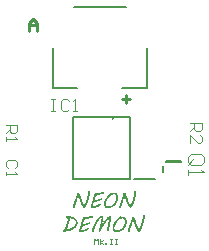
<source format=gto>
G04*
G04 #@! TF.GenerationSoftware,Altium Limited,Altium Designer,21.8.1 (53)*
G04*
G04 Layer_Color=65535*
%FSLAX25Y25*%
%MOIN*%
G70*
G04*
G04 #@! TF.SameCoordinates,FF865A40-9ECA-49BB-A520-BFC7B97F7BDB*
G04*
G04*
G04 #@! TF.FilePolarity,Positive*
G04*
G01*
G75*
%ADD10C,0.00787*%
%ADD11C,0.01000*%
%ADD12C,0.00394*%
G36*
X53326Y129279D02*
X53413Y129268D01*
X53435D01*
X53479Y129257D01*
X53534Y129246D01*
X53578Y129225D01*
X53588D01*
X53610Y129203D01*
X53643Y129181D01*
X53665Y129148D01*
X53676Y129126D01*
X53687Y129071D01*
Y129061D01*
Y129039D01*
X53665Y128973D01*
Y128962D01*
X53643Y128951D01*
X53621Y128919D01*
X53588Y128886D01*
X53578Y128875D01*
X53556Y128864D01*
X53501Y128831D01*
X53446Y128809D01*
X53435D01*
X53392Y128787D01*
X53326Y128776D01*
X53239Y128765D01*
X53206D01*
X53162Y128754D01*
X53086Y128744D01*
X53064D01*
X53009Y128733D01*
X52933Y128722D01*
X52834Y128700D01*
X52812D01*
X52758Y128689D01*
X52670Y128678D01*
X52583Y128656D01*
X52561D01*
X52517Y128645D01*
X52463Y128634D01*
X52408Y128623D01*
X52419D01*
X52397Y128612D01*
X52364Y128602D01*
X52310Y128591D01*
X52299D01*
X52255Y128580D01*
X52189Y128558D01*
X52113Y128536D01*
X52091D01*
X52036Y128525D01*
X51960Y128503D01*
X51862Y128470D01*
X51850D01*
X51840Y128459D01*
X51785Y128448D01*
X51697Y128416D01*
X51599Y128394D01*
X51577D01*
X51523Y128372D01*
X51446Y128350D01*
X51359Y128317D01*
X51337D01*
X51293Y128296D01*
X51238Y128285D01*
X51184Y128263D01*
X51173D01*
X51151Y128252D01*
X51107Y128230D01*
X51064Y128208D01*
X50954Y128142D01*
X50845Y128044D01*
Y128033D01*
X50823Y128022D01*
X50779Y127957D01*
X50714Y127847D01*
X50648Y127727D01*
Y127716D01*
X50637Y127705D01*
X50626Y127673D01*
X50604Y127618D01*
Y127607D01*
X50583Y127563D01*
X50561Y127508D01*
X50539Y127443D01*
Y127421D01*
X50517Y127377D01*
X50495Y127312D01*
X50462Y127224D01*
Y127202D01*
X50441Y127159D01*
X50419Y127093D01*
X50397Y127017D01*
Y127006D01*
X50375Y126962D01*
X50353Y126897D01*
X50331Y126831D01*
Y126820D01*
X50320Y126787D01*
X50309Y126743D01*
X50299Y126711D01*
X50287Y126689D01*
X50277Y126645D01*
Y126634D01*
Y126612D01*
Y126601D01*
X50287Y126590D01*
X50299D01*
X50331Y126601D01*
X50408Y126612D01*
X50506Y126634D01*
X50517D01*
X50539Y126645D01*
X50572Y126656D01*
X50626Y126667D01*
X50747Y126700D01*
X50900Y126754D01*
X50911D01*
X50943Y126765D01*
X50987Y126787D01*
X51053Y126798D01*
X51118Y126831D01*
X51206Y126853D01*
X51392Y126907D01*
X51402D01*
X51435Y126918D01*
X51490Y126940D01*
X51555Y126962D01*
X51708Y127006D01*
X51883Y127060D01*
X51894D01*
X51927Y127071D01*
X51971Y127082D01*
X52025Y127104D01*
X52167Y127148D01*
X52310Y127181D01*
X52320D01*
X52342Y127192D01*
X52419Y127213D01*
X52506Y127224D01*
X52583Y127235D01*
X52648D01*
X52703Y127213D01*
X52747Y127192D01*
X52758Y127181D01*
X52769Y127159D01*
X52780Y127137D01*
X52790Y127093D01*
Y127071D01*
X52780Y127017D01*
X52758Y126951D01*
X52703Y126875D01*
X52692Y126864D01*
X52637Y126820D01*
X52572Y126754D01*
X52473Y126700D01*
X52463D01*
X52441Y126689D01*
X52386Y126667D01*
X52310Y126634D01*
X52288D01*
X52233Y126612D01*
X52157Y126590D01*
X52058Y126558D01*
X52047D01*
X52036Y126547D01*
X51982Y126536D01*
X51894Y126503D01*
X51807Y126470D01*
X51785D01*
X51741Y126448D01*
X51687Y126437D01*
X51632Y126416D01*
X51621D01*
X51577Y126394D01*
X51512Y126372D01*
X51435Y126339D01*
X51249Y126273D01*
X51151Y126230D01*
X51064Y126197D01*
X51053D01*
X51031Y126186D01*
X50987Y126164D01*
X50932Y126142D01*
X50823Y126099D01*
X50703Y126055D01*
X50681Y126044D01*
X50626Y126022D01*
X50561Y126000D01*
X50495Y125967D01*
X50484D01*
X50451Y125945D01*
X50408Y125935D01*
X50364Y125913D01*
X50353D01*
X50320Y125902D01*
X50277Y125891D01*
X50222Y125880D01*
X50211D01*
X50167Y125869D01*
X50102Y125858D01*
X50014Y125836D01*
Y125825D01*
X49992Y125782D01*
X49971Y125705D01*
X49938Y125607D01*
Y125596D01*
Y125585D01*
X49927Y125552D01*
X49916Y125508D01*
X49894Y125410D01*
X49861Y125290D01*
Y125279D01*
X49850Y125257D01*
Y125235D01*
X49839Y125191D01*
X49817Y125093D01*
X49796Y124984D01*
Y124962D01*
X49785Y124907D01*
X49774Y124853D01*
Y124798D01*
Y124787D01*
Y124765D01*
Y124732D01*
X49785Y124699D01*
X49796Y124678D01*
X49828Y124656D01*
X49839D01*
X49872Y124645D01*
X49981D01*
X50036Y124656D01*
X50091D01*
X50167Y124667D01*
X50331Y124699D01*
X50342D01*
X50375Y124710D01*
X50419Y124721D01*
X50484Y124732D01*
X50550Y124754D01*
X50637Y124776D01*
X50812Y124831D01*
X50823D01*
X50845Y124842D01*
X50889Y124864D01*
X50943Y124885D01*
X51064Y124929D01*
X51195Y124995D01*
X51206D01*
X51227Y125016D01*
X51260Y125027D01*
X51304Y125049D01*
X51402Y125115D01*
X51512Y125170D01*
X51523D01*
X51534Y125180D01*
X51610Y125224D01*
X51697Y125268D01*
X51807Y125312D01*
X51818D01*
X51829Y125322D01*
X51894Y125344D01*
X51993Y125355D01*
X52113Y125366D01*
X52146D01*
X52200Y125355D01*
X52233D01*
X52288Y125333D01*
X52299D01*
X52310Y125322D01*
X52353Y125290D01*
X52364Y125279D01*
X52375Y125268D01*
X52386Y125235D01*
Y125202D01*
Y125180D01*
X52364Y125137D01*
X52331Y125071D01*
X52277Y124995D01*
X52266Y124973D01*
X52211Y124929D01*
X52146Y124874D01*
X52047Y124798D01*
X52036D01*
X52025Y124787D01*
X51960Y124743D01*
X51862Y124689D01*
X51741Y124623D01*
X51730D01*
X51708Y124612D01*
X51676Y124590D01*
X51643Y124579D01*
X51534Y124525D01*
X51402Y124459D01*
X51392D01*
X51370Y124448D01*
X51337Y124437D01*
X51293Y124415D01*
X51184Y124372D01*
X51064Y124317D01*
X51053D01*
X51031Y124306D01*
X51009Y124295D01*
X50965Y124284D01*
X50867Y124251D01*
X50757Y124219D01*
X50747D01*
X50703Y124197D01*
X50637Y124186D01*
X50550Y124153D01*
X50451Y124131D01*
X50342Y124098D01*
X50113Y124055D01*
X50102D01*
X50058Y124044D01*
X50003Y124033D01*
X49927D01*
X49850Y124022D01*
X49752Y124011D01*
X49566Y124000D01*
X49522D01*
X49468Y124011D01*
X49413D01*
X49271Y124044D01*
X49205Y124066D01*
X49151Y124098D01*
X49140D01*
X49129Y124120D01*
X49107Y124142D01*
X49085Y124175D01*
X49052Y124230D01*
X49031Y124284D01*
X49020Y124350D01*
X49009Y124437D01*
Y124448D01*
Y124459D01*
Y124514D01*
X49020Y124601D01*
X49042Y124699D01*
Y124710D01*
X49052Y124721D01*
X49063Y124787D01*
X49085Y124874D01*
X49118Y124995D01*
X49162Y125148D01*
X49216Y125301D01*
X49326Y125650D01*
Y125661D01*
X49337Y125672D01*
X49358Y125727D01*
X49380Y125825D01*
X49424Y125945D01*
X49468Y126088D01*
X49522Y126241D01*
X49621Y126579D01*
X49632Y126601D01*
X49643Y126656D01*
X49665Y126743D01*
X49697Y126853D01*
X49730Y126973D01*
X49774Y127104D01*
X49807Y127235D01*
X49839Y127356D01*
Y127366D01*
X49850Y127410D01*
X49872Y127465D01*
X49894Y127541D01*
X49938Y127716D01*
X49992Y127902D01*
Y127913D01*
X50003Y127946D01*
X50014Y127979D01*
X50036Y128033D01*
X50069Y128164D01*
X50113Y128296D01*
Y128306D01*
X50124Y128328D01*
X50134Y128361D01*
X50156Y128394D01*
X50200Y128503D01*
X50244Y128612D01*
X50255Y128634D01*
X50277Y128678D01*
X50299Y128733D01*
X50331Y128809D01*
X50342Y128831D01*
X50364Y128875D01*
X50408Y128940D01*
X50451Y129006D01*
X50462Y129017D01*
X50495Y129061D01*
X50539Y129104D01*
X50583Y129148D01*
X50594Y129159D01*
X50626Y129181D01*
X50670Y129192D01*
X50714Y129203D01*
X50801D01*
X50878Y129181D01*
X50943Y129159D01*
X50954Y129148D01*
X50987Y129137D01*
X51009Y129104D01*
X51031Y129071D01*
X51064Y128929D01*
X51151D01*
X51206Y128940D01*
X51217D01*
X51260Y128951D01*
X51315Y128962D01*
X51380Y128973D01*
X51392D01*
X51435Y128984D01*
X51490Y128995D01*
X51544Y129006D01*
X51555D01*
X51588Y129017D01*
X51621Y129039D01*
X51654Y129050D01*
X51665D01*
X51697Y129061D01*
X51741Y129071D01*
X51796Y129093D01*
X51938Y129126D01*
X52091Y129159D01*
X52102D01*
X52124Y129170D01*
X52167D01*
X52211Y129181D01*
X52331Y129214D01*
X52473Y129235D01*
X52485D01*
X52506Y129246D01*
X52539D01*
X52583Y129257D01*
X52703Y129268D01*
X52823Y129279D01*
X52889D01*
X52922Y129290D01*
X53250D01*
X53326Y129279D01*
D02*
G37*
G36*
X59534Y129509D02*
X59578Y129487D01*
X59589Y129476D01*
X59611Y129454D01*
X59644Y129421D01*
X59666Y129378D01*
X59676Y129367D01*
X59687Y129334D01*
X59709Y129290D01*
X59720Y129225D01*
Y129214D01*
X59731Y129170D01*
X59742Y129104D01*
Y129039D01*
Y129028D01*
Y129017D01*
Y128940D01*
X59731Y128842D01*
X59709Y128733D01*
Y128722D01*
Y128711D01*
X59698Y128645D01*
X59676Y128558D01*
X59654Y128459D01*
Y128438D01*
X59644Y128383D01*
X59622Y128296D01*
X59600Y128175D01*
Y128164D01*
Y128142D01*
X59589Y128099D01*
Y128055D01*
X59578Y127989D01*
X59567Y127913D01*
X59534Y127738D01*
Y127727D01*
X59523Y127694D01*
Y127651D01*
X59513Y127585D01*
X59491Y127508D01*
X59480Y127421D01*
X59447Y127213D01*
Y127202D01*
X59436Y127170D01*
Y127115D01*
X59414Y127039D01*
X59403Y126951D01*
X59392Y126864D01*
X59348Y126645D01*
Y126634D01*
X59338Y126601D01*
Y126536D01*
X59316Y126470D01*
X59305Y126383D01*
X59294Y126284D01*
X59250Y126077D01*
Y126066D01*
X59239Y126033D01*
Y125978D01*
X59228Y125902D01*
X59206Y125825D01*
X59196Y125738D01*
X59163Y125552D01*
Y125541D01*
Y125508D01*
X59152Y125465D01*
X59141Y125410D01*
X59119Y125268D01*
X59086Y125115D01*
Y125104D01*
Y125082D01*
X59075Y125049D01*
X59064Y125006D01*
X59053Y124907D01*
X59031Y124809D01*
Y124798D01*
X59021Y124776D01*
X59010Y124732D01*
X58999Y124678D01*
Y124667D01*
X58988Y124623D01*
X58966Y124568D01*
X58933Y124503D01*
X58922Y124492D01*
X58900Y124459D01*
X58868Y124415D01*
X58813Y124361D01*
X58802Y124350D01*
X58769Y124339D01*
X58715Y124317D01*
X58638Y124306D01*
X58605D01*
X58573Y124317D01*
X58529Y124339D01*
X58518Y124350D01*
X58496Y124372D01*
X58430Y124437D01*
Y124448D01*
X58408Y124470D01*
X58387Y124514D01*
X58365Y124557D01*
Y124568D01*
X58354Y124601D01*
X58343Y124678D01*
X59086Y128219D01*
Y128230D01*
X59097Y128241D01*
Y128296D01*
Y128306D01*
X59108Y128328D01*
Y128383D01*
Y128394D01*
Y128405D01*
X59097Y128448D01*
Y128459D01*
Y128470D01*
X59086Y128514D01*
Y128525D01*
X59075Y128536D01*
X59064Y128569D01*
X59053D01*
X59031Y128547D01*
X58999Y128525D01*
X58955Y128481D01*
X58846Y128383D01*
X58715Y128252D01*
X58704Y128241D01*
X58682Y128219D01*
X58649Y128186D01*
X58605Y128131D01*
X58485Y128000D01*
X58343Y127836D01*
X58332Y127825D01*
X58310Y127793D01*
X58277Y127749D01*
X58223Y127694D01*
X58168Y127618D01*
X58113Y127530D01*
X57971Y127345D01*
X57960Y127334D01*
X57938Y127301D01*
X57906Y127246D01*
X57862Y127192D01*
X57807Y127104D01*
X57742Y127028D01*
X57622Y126831D01*
X57611Y126820D01*
X57600Y126798D01*
X57567Y126754D01*
X57534Y126700D01*
X57436Y126558D01*
X57326Y126394D01*
X57315Y126383D01*
X57305Y126361D01*
X57272Y126317D01*
X57239Y126252D01*
X57141Y126110D01*
X57031Y125945D01*
X57020Y125935D01*
X57010Y125902D01*
X56977Y125858D01*
X56933Y125803D01*
X56835Y125650D01*
X56725Y125487D01*
X56714Y125476D01*
X56703Y125454D01*
X56671Y125410D01*
X56638Y125355D01*
X56550Y125213D01*
X56463Y125060D01*
X56452Y125038D01*
X56430Y124995D01*
X56387Y124907D01*
X56343Y124798D01*
Y124787D01*
X56332Y124776D01*
X56310Y124699D01*
X56266Y124601D01*
X56212Y124492D01*
Y124481D01*
X56201Y124470D01*
X56168Y124404D01*
X56113Y124328D01*
X56048Y124241D01*
X56037Y124230D01*
X55993Y124197D01*
X55938Y124153D01*
X55862Y124142D01*
X55818D01*
X55731Y124164D01*
X55720D01*
X55698Y124175D01*
X55676Y124197D01*
X55643Y124219D01*
Y124230D01*
X55621Y124251D01*
X55589Y124317D01*
Y124328D01*
Y124350D01*
X55578Y124393D01*
Y124437D01*
Y124448D01*
Y124492D01*
Y124547D01*
X55589Y124601D01*
Y124612D01*
X55599Y124656D01*
X55621Y124699D01*
X55632Y124754D01*
Y124765D01*
X55643Y124809D01*
X55665Y124874D01*
X55676Y124951D01*
X55709Y125049D01*
X55731Y125148D01*
X55785Y125377D01*
Y125388D01*
X55796Y125432D01*
X55818Y125497D01*
X55840Y125574D01*
X55862Y125672D01*
X55895Y125782D01*
X55960Y126022D01*
Y126033D01*
X55971Y126077D01*
X55993Y126142D01*
X56015Y126230D01*
X56037Y126328D01*
X56069Y126448D01*
X56135Y126700D01*
Y126711D01*
X56157Y126765D01*
X56168Y126831D01*
X56201Y126929D01*
X56222Y127039D01*
X56255Y127159D01*
X56288Y127301D01*
X56321Y127443D01*
X56332Y127465D01*
X56343Y127520D01*
X56365Y127596D01*
X56387Y127683D01*
Y127694D01*
X56397Y127705D01*
X56408Y127771D01*
X56419Y127858D01*
X56441Y127968D01*
Y127979D01*
X56452Y127989D01*
X56463Y128055D01*
X56474Y128142D01*
X56485Y128241D01*
Y128252D01*
Y128263D01*
X56496Y128317D01*
X56507Y128394D01*
Y128470D01*
Y128492D01*
Y128525D01*
Y128580D01*
X56496Y128623D01*
Y128634D01*
X56485Y128656D01*
X56474Y128667D01*
X56441Y128678D01*
X56419D01*
X56354Y128667D01*
X56266Y128634D01*
X56157Y128580D01*
X56146D01*
X56135Y128558D01*
X56069Y128514D01*
X55971Y128427D01*
X55862Y128317D01*
X55851Y128306D01*
X55840Y128296D01*
X55807Y128263D01*
X55774Y128219D01*
X55676Y128099D01*
X55567Y127957D01*
X55556Y127946D01*
X55545Y127924D01*
X55512Y127880D01*
X55479Y127825D01*
X55392Y127683D01*
X55294Y127520D01*
X55282Y127508D01*
X55272Y127487D01*
X55250Y127443D01*
X55217Y127388D01*
X55129Y127246D01*
X55042Y127082D01*
Y127071D01*
X55020Y127050D01*
X54998Y127006D01*
X54976Y126962D01*
X54911Y126831D01*
X54845Y126700D01*
Y126689D01*
X54834Y126678D01*
X54813Y126645D01*
X54791Y126601D01*
X54780Y126590D01*
X54769Y126558D01*
X54736Y126503D01*
X54703Y126426D01*
X54692Y126405D01*
X54671Y126350D01*
X54616Y126262D01*
X54561Y126142D01*
Y126131D01*
X54550Y126110D01*
X54528Y126077D01*
X54506Y126022D01*
X54485Y125956D01*
X54452Y125880D01*
X54419Y125793D01*
X54375Y125694D01*
Y125683D01*
X54353Y125650D01*
X54332Y125596D01*
X54299Y125519D01*
X54266Y125421D01*
X54222Y125312D01*
X54179Y125191D01*
X54124Y125060D01*
X54113Y125038D01*
X54102Y124995D01*
X54069Y124918D01*
X54036Y124809D01*
X53982Y124689D01*
X53927Y124536D01*
X53873Y124372D01*
X53807Y124186D01*
X53796Y124175D01*
X53785Y124142D01*
X53741Y124098D01*
X53687Y124055D01*
X53676Y124044D01*
X53643Y124033D01*
X53588Y124011D01*
X53523Y124000D01*
X53490D01*
X53424Y124011D01*
X53326Y124044D01*
X53250Y124098D01*
X53239Y124120D01*
X53206Y124164D01*
X53173Y124241D01*
X53162Y124339D01*
Y124350D01*
Y124382D01*
X53173Y124426D01*
X53184Y124481D01*
Y124492D01*
X53195Y124525D01*
X53217Y124590D01*
X53228Y124656D01*
X53260Y124743D01*
X53293Y124853D01*
X53370Y125082D01*
X53381Y125093D01*
X53392Y125137D01*
X53413Y125213D01*
X53446Y125301D01*
X53490Y125399D01*
X53545Y125519D01*
X53654Y125782D01*
X53665Y125803D01*
X53687Y125847D01*
X53720Y125913D01*
X53763Y126011D01*
X53807Y126120D01*
X53873Y126241D01*
X54004Y126514D01*
X54015Y126536D01*
X54036Y126579D01*
X54080Y126645D01*
X54124Y126743D01*
X54189Y126853D01*
X54255Y126973D01*
X54397Y127235D01*
X54408Y127257D01*
X54430Y127301D01*
X54474Y127366D01*
X54528Y127454D01*
X54594Y127552D01*
X54671Y127673D01*
X54823Y127902D01*
X54834Y127913D01*
X54856Y127957D01*
X54900Y128011D01*
X54955Y128088D01*
X55020Y128175D01*
X55097Y128274D01*
X55250Y128459D01*
X55261Y128470D01*
X55294Y128514D01*
X55337Y128569D01*
X55403Y128634D01*
X55414Y128656D01*
X55457Y128700D01*
X55523Y128765D01*
X55599Y128842D01*
X55610D01*
X55621Y128864D01*
X55676Y128908D01*
X55752Y128973D01*
X55840Y129050D01*
X55851D01*
X55862Y129071D01*
X55917Y129115D01*
X55993Y129170D01*
X56080Y129235D01*
X56091D01*
X56102Y129246D01*
X56157Y129290D01*
X56244Y129334D01*
X56332Y129378D01*
X56343D01*
X56354Y129388D01*
X56408Y129410D01*
X56474Y129421D01*
X56550Y129432D01*
X56572D01*
X56638Y129421D01*
X56714Y129410D01*
X56802Y129378D01*
X56824Y129367D01*
X56867Y129345D01*
X56922Y129301D01*
X56988Y129246D01*
X56999Y129235D01*
X57042Y129192D01*
X57075Y129126D01*
X57119Y129050D01*
X57130Y129028D01*
X57141Y128973D01*
X57152Y128886D01*
X57162Y128787D01*
Y128776D01*
Y128744D01*
Y128700D01*
X57152Y128656D01*
Y128645D01*
X57141Y128623D01*
Y128580D01*
X57130Y128536D01*
X56736Y126536D01*
X56747Y126547D01*
X56780Y126601D01*
X56824Y126667D01*
X56878Y126765D01*
Y126776D01*
X56900Y126787D01*
X56944Y126864D01*
X57010Y126962D01*
X57097Y127082D01*
X57108Y127093D01*
X57119Y127115D01*
X57141Y127148D01*
X57184Y127192D01*
X57261Y127312D01*
X57359Y127443D01*
X57370Y127454D01*
X57381Y127476D01*
X57403Y127508D01*
X57436Y127563D01*
X57523Y127673D01*
X57611Y127804D01*
X57622Y127815D01*
X57632Y127836D01*
X57654Y127869D01*
X57687Y127913D01*
X57764Y128011D01*
X57851Y128121D01*
Y128131D01*
X57873Y128142D01*
X57917Y128208D01*
X57971Y128285D01*
X58026Y128361D01*
X58091Y128438D01*
X58103Y128448D01*
X58135Y128492D01*
X58179Y128558D01*
X58245Y128634D01*
X58266Y128656D01*
X58310Y128700D01*
X58376Y128776D01*
X58452Y128864D01*
Y128875D01*
X58474Y128886D01*
X58518Y128940D01*
X58594Y129017D01*
X58682Y129104D01*
X58693Y129115D01*
X58704Y129126D01*
X58769Y129181D01*
X58846Y129246D01*
X58944Y129312D01*
X58955D01*
X58966Y129334D01*
X59021Y129367D01*
X59108Y129421D01*
X59196Y129465D01*
X59206D01*
X59217Y129476D01*
X59272Y129498D01*
X59348Y129520D01*
X59436Y129531D01*
X59491D01*
X59534Y129509D01*
D02*
G37*
G36*
X70683Y129869D02*
X70694D01*
X70727Y129859D01*
X70814Y129826D01*
X70825Y129815D01*
X70858Y129771D01*
X70902Y129694D01*
X70945Y129607D01*
Y129596D01*
X70956Y129585D01*
X70967Y129552D01*
X70978Y129509D01*
X70989Y129399D01*
X71000Y129246D01*
Y129235D01*
Y129225D01*
Y129159D01*
X70989Y129050D01*
X70967Y128919D01*
Y128908D01*
Y128886D01*
X70956Y128842D01*
X70945Y128787D01*
X70923Y128656D01*
X70891Y128492D01*
Y128481D01*
X70880Y128459D01*
Y128416D01*
X70858Y128350D01*
X70847Y128285D01*
X70836Y128208D01*
X70792Y128033D01*
Y128022D01*
X70781Y127989D01*
X70770Y127946D01*
X70759Y127891D01*
X70727Y127749D01*
X70683Y127585D01*
Y127574D01*
X70672Y127552D01*
X70661Y127508D01*
X70650Y127454D01*
X70617Y127323D01*
X70574Y127181D01*
Y127170D01*
X70563Y127148D01*
X70552Y127115D01*
X70541Y127082D01*
X70519Y126984D01*
X70486Y126885D01*
Y126875D01*
X70475Y126853D01*
X70464Y126809D01*
X70442Y126754D01*
X70399Y126623D01*
X70344Y126459D01*
Y126448D01*
X70333Y126426D01*
X70322Y126383D01*
X70300Y126317D01*
X70279Y126252D01*
X70257Y126175D01*
X70191Y126000D01*
Y125989D01*
X70180Y125956D01*
X70158Y125913D01*
X70136Y125847D01*
X70114Y125771D01*
X70082Y125683D01*
X70016Y125487D01*
Y125476D01*
X69994Y125443D01*
X69983Y125388D01*
X69951Y125322D01*
X69918Y125235D01*
X69885Y125137D01*
X69798Y124918D01*
Y124907D01*
X69787Y124896D01*
X69765Y124831D01*
X69721Y124743D01*
X69666Y124634D01*
Y124623D01*
X69656Y124612D01*
X69623Y124547D01*
X69579Y124470D01*
X69513Y124382D01*
X69503Y124361D01*
X69459Y124317D01*
X69393Y124262D01*
X69306Y124208D01*
X69284Y124197D01*
X69240Y124175D01*
X69164Y124153D01*
X69065Y124142D01*
X69011D01*
X68956Y124153D01*
X68890Y124164D01*
X68879D01*
X68836Y124175D01*
X68792Y124208D01*
X68737Y124251D01*
X68726Y124262D01*
X68694Y124306D01*
X68639Y124382D01*
X68563Y124470D01*
X68486Y124590D01*
X68398Y124721D01*
X68311Y124864D01*
X68224Y125016D01*
X68213Y125038D01*
X68180Y125093D01*
X68136Y125180D01*
X68082Y125290D01*
X68027Y125432D01*
X67950Y125585D01*
X67885Y125749D01*
X67808Y125924D01*
Y125935D01*
X67797Y125945D01*
X67775Y126000D01*
X67743Y126099D01*
X67699Y126219D01*
X67655Y126361D01*
X67601Y126525D01*
X67546Y126700D01*
X67491Y126875D01*
Y126885D01*
X67480Y126897D01*
X67470Y126962D01*
X67437Y127050D01*
X67404Y127170D01*
X67371Y127312D01*
X67327Y127465D01*
X67240Y127793D01*
X67218Y127869D01*
Y127880D01*
X67207Y127902D01*
X67185Y127979D01*
Y127989D01*
X67174Y128011D01*
X67163Y128066D01*
Y128077D01*
X67153Y128088D01*
X67131Y128131D01*
Y128142D01*
X67120Y128153D01*
X67109Y128164D01*
X67098D01*
X67087Y128153D01*
X67065Y128131D01*
X67043Y128088D01*
Y128077D01*
X67021Y128033D01*
X67000Y127979D01*
X66978Y127913D01*
Y127891D01*
X66956Y127847D01*
X66934Y127793D01*
X66912Y127716D01*
Y127705D01*
X66901Y127673D01*
X66890Y127629D01*
Y127607D01*
X66879Y127585D01*
X66868Y127541D01*
X66836Y127454D01*
X66803Y127334D01*
Y127323D01*
X66792Y127301D01*
X66781Y127268D01*
X66770Y127224D01*
X66737Y127093D01*
X66694Y126940D01*
Y126929D01*
X66682Y126907D01*
X66672Y126864D01*
X66661Y126798D01*
X66639Y126733D01*
X66617Y126656D01*
X66562Y126481D01*
Y126470D01*
X66551Y126437D01*
X66540Y126394D01*
X66519Y126328D01*
X66475Y126186D01*
X66420Y126011D01*
Y126000D01*
X66409Y125967D01*
X66398Y125924D01*
X66377Y125869D01*
X66333Y125738D01*
X66289Y125585D01*
Y125574D01*
X66278Y125552D01*
X66267Y125519D01*
X66256Y125476D01*
X66224Y125377D01*
X66191Y125279D01*
Y125268D01*
X66169Y125213D01*
X66147Y125137D01*
X66114Y125038D01*
Y125027D01*
X66103Y125016D01*
X66081Y124951D01*
X66059Y124853D01*
X66016Y124743D01*
Y124732D01*
X66005Y124721D01*
X65994Y124656D01*
X65961Y124568D01*
X65928Y124481D01*
Y124459D01*
X65907Y124415D01*
X65896Y124361D01*
X65885Y124317D01*
Y124306D01*
X65874Y124295D01*
X65852Y124241D01*
X65808Y124175D01*
X65754Y124120D01*
X65743Y124109D01*
X65710Y124087D01*
X65655Y124066D01*
X65589Y124055D01*
X65579D01*
X65557Y124066D01*
X65524Y124076D01*
X65480Y124098D01*
X65469Y124109D01*
X65447Y124120D01*
X65382Y124175D01*
Y124186D01*
X65360Y124208D01*
X65338Y124241D01*
X65316Y124284D01*
Y124295D01*
X65305Y124328D01*
X65294Y124393D01*
Y124404D01*
Y124415D01*
Y124448D01*
X65305Y124492D01*
Y124503D01*
X65327Y124547D01*
X65338Y124612D01*
X65371Y124699D01*
X65458Y125071D01*
X66519Y128492D01*
Y128514D01*
X66530Y128558D01*
X66551Y128612D01*
X66573Y128689D01*
X66584Y128711D01*
X66595Y128754D01*
X66628Y128820D01*
X66661Y128886D01*
X66672Y128897D01*
X66694Y128940D01*
X66737Y128984D01*
X66792Y129028D01*
X66803Y129039D01*
X66857Y129061D01*
X66923Y129082D01*
X67010Y129093D01*
X67032D01*
X67087Y129082D01*
X67163Y129061D01*
X67240Y129017D01*
X67262Y129006D01*
X67295Y128973D01*
X67360Y128929D01*
X67415Y128886D01*
X67437Y128875D01*
X67470Y128831D01*
X67535Y128754D01*
X67557Y128700D01*
X67590Y128634D01*
Y128623D01*
X67601Y128602D01*
X67623Y128558D01*
X67644Y128503D01*
X67666Y128438D01*
X67699Y128361D01*
X67765Y128175D01*
Y128164D01*
X67787Y128131D01*
X67797Y128066D01*
X67830Y128000D01*
X67852Y127902D01*
X67885Y127804D01*
X67928Y127683D01*
X67961Y127563D01*
Y127552D01*
X67983Y127508D01*
X68005Y127432D01*
X68027Y127345D01*
X68071Y127235D01*
X68103Y127115D01*
X68147Y126984D01*
X68191Y126842D01*
X68202Y126831D01*
X68213Y126776D01*
X68246Y126700D01*
X68278Y126612D01*
X68322Y126492D01*
X68366Y126361D01*
X68475Y126077D01*
X68486Y126055D01*
X68508Y126011D01*
X68541Y125935D01*
X68584Y125836D01*
X68639Y125716D01*
X68705Y125585D01*
X68847Y125312D01*
X68858Y125301D01*
X68868Y125279D01*
X68890Y125235D01*
X68912Y125180D01*
X68923Y125170D01*
X68945Y125137D01*
X68967Y125082D01*
X69000Y125027D01*
X69011Y125016D01*
X69033Y124995D01*
X69087Y124918D01*
X69098Y124907D01*
X69109Y124896D01*
X69120Y124885D01*
X69142Y124874D01*
X69153Y124885D01*
Y124896D01*
X69164Y124929D01*
Y124940D01*
X69175Y124962D01*
X69186Y125006D01*
X69196Y125060D01*
Y125071D01*
X69207Y125104D01*
X69229Y125159D01*
X69240Y125213D01*
Y125224D01*
X69251Y125257D01*
X69262Y125301D01*
X69273Y125333D01*
Y125344D01*
X69284Y125366D01*
X69295Y125399D01*
X69317Y125443D01*
X69360Y125574D01*
X69415Y125716D01*
Y125727D01*
X69426Y125749D01*
X69448Y125803D01*
X69470Y125858D01*
X69503Y125935D01*
X69535Y126022D01*
X69568Y126120D01*
X69601Y126230D01*
Y126241D01*
X69623Y126284D01*
X69634Y126350D01*
X69666Y126437D01*
X69699Y126536D01*
X69732Y126667D01*
X69776Y126798D01*
X69819Y126951D01*
X69830Y126973D01*
X69841Y127028D01*
X69863Y127115D01*
X69896Y127235D01*
X69940Y127377D01*
X69983Y127541D01*
X70027Y127727D01*
X70082Y127935D01*
Y127946D01*
X70093Y127957D01*
X70104Y128022D01*
X70126Y128121D01*
X70158Y128241D01*
Y128252D01*
X70169Y128274D01*
Y128306D01*
X70180Y128361D01*
X70213Y128481D01*
X70235Y128612D01*
Y128623D01*
X70246Y128645D01*
Y128678D01*
X70257Y128733D01*
X70279Y128842D01*
X70300Y128973D01*
Y128984D01*
X70311Y129006D01*
Y129039D01*
X70322Y129071D01*
X70333Y129170D01*
X70344Y129268D01*
Y129290D01*
Y129312D01*
Y129345D01*
Y129356D01*
Y129378D01*
Y129421D01*
X70355Y129465D01*
Y129476D01*
X70366Y129509D01*
Y129552D01*
X70377Y129607D01*
Y129618D01*
X70388Y129651D01*
X70421Y129738D01*
Y129749D01*
X70432Y129771D01*
X70453Y129804D01*
X70475Y129837D01*
X70486Y129848D01*
X70497Y129859D01*
X70530Y129869D01*
X70563Y129880D01*
X70639D01*
X70683Y129869D01*
D02*
G37*
G36*
X45675Y129257D02*
X45817D01*
X46112Y129235D01*
X46178D01*
X46254Y129225D01*
X46342Y129214D01*
X46451Y129203D01*
X46571Y129181D01*
X46823Y129126D01*
X46834D01*
X46877Y129115D01*
X46943Y129093D01*
X47030Y129061D01*
X47129Y129028D01*
X47238Y128984D01*
X47457Y128875D01*
X47468Y128864D01*
X47511Y128842D01*
X47566Y128809D01*
X47642Y128754D01*
X47730Y128689D01*
X47817Y128612D01*
X47927Y128525D01*
X48025Y128427D01*
X48047Y128405D01*
X48091Y128361D01*
X48145Y128285D01*
X48211Y128197D01*
Y128186D01*
X48233Y128175D01*
X48265Y128110D01*
X48320Y128022D01*
X48375Y127913D01*
Y127902D01*
X48386Y127891D01*
X48419Y127825D01*
X48451Y127716D01*
X48484Y127596D01*
Y127585D01*
X48495Y127563D01*
Y127530D01*
X48506Y127487D01*
X48517Y127366D01*
X48528Y127224D01*
Y127202D01*
Y127159D01*
Y127093D01*
X48517Y127006D01*
Y126984D01*
X48506Y126940D01*
Y126875D01*
X48495Y126809D01*
Y126787D01*
X48473Y126743D01*
X48451Y126656D01*
X48419Y126558D01*
X48375Y126448D01*
X48320Y126328D01*
X48200Y126077D01*
X48189Y126066D01*
X48167Y126022D01*
X48123Y125967D01*
X48080Y125891D01*
X48014Y125803D01*
X47938Y125705D01*
X47763Y125508D01*
X47752Y125497D01*
X47719Y125465D01*
X47664Y125421D01*
X47599Y125355D01*
X47522Y125290D01*
X47424Y125213D01*
X47216Y125071D01*
X47205Y125060D01*
X47161Y125038D01*
X47107Y125006D01*
X47030Y124962D01*
X46932Y124918D01*
X46834Y124864D01*
X46604Y124754D01*
X46593Y124743D01*
X46549Y124732D01*
X46484Y124710D01*
X46407Y124678D01*
X46309Y124645D01*
X46200Y124601D01*
X45959Y124525D01*
X45948D01*
X45905Y124514D01*
X45839Y124492D01*
X45752Y124470D01*
X45653Y124437D01*
X45544Y124404D01*
X45314Y124350D01*
X45303D01*
X45292Y124339D01*
X45227Y124328D01*
X45140Y124295D01*
X45019Y124273D01*
X44987D01*
X44954Y124262D01*
X44921Y124251D01*
X44812Y124241D01*
X44691Y124219D01*
X44659D01*
X44626Y124208D01*
X44593D01*
X44484Y124197D01*
X44363Y124186D01*
X44265D01*
X44167Y124175D01*
X43883D01*
X43795Y124186D01*
X43773D01*
X43729Y124197D01*
X43675Y124219D01*
X43620Y124241D01*
X43609Y124251D01*
X43587Y124262D01*
X43555Y124284D01*
X43522Y124317D01*
Y124328D01*
X43511Y124350D01*
X43500Y124415D01*
Y124426D01*
Y124459D01*
X43511Y124503D01*
X43533Y124557D01*
X43544Y124568D01*
X43566Y124601D01*
X43609Y124656D01*
X43675Y124710D01*
X43686D01*
X43708Y124732D01*
X43740Y124743D01*
X43773Y124765D01*
X43883Y124820D01*
X44003Y124853D01*
X44014D01*
X44036Y124864D01*
X44068D01*
X44112Y124874D01*
X44232Y124885D01*
X44363Y124907D01*
X45260Y128525D01*
X45096D01*
X45030Y128536D01*
X45019D01*
X44987Y128547D01*
X44932Y128558D01*
X44877Y128569D01*
X44866D01*
X44833Y128580D01*
X44790Y128602D01*
X44757Y128623D01*
X44746Y128645D01*
X44713Y128689D01*
Y128700D01*
X44702Y128722D01*
X44659Y128776D01*
Y128787D01*
X44648Y128809D01*
X44615Y128875D01*
Y128886D01*
Y128908D01*
X44604Y128984D01*
Y128995D01*
X44615Y129028D01*
X44637Y129071D01*
X44669Y129115D01*
X44680Y129126D01*
X44713Y129148D01*
X44768Y129181D01*
X44833Y129203D01*
X44855Y129214D01*
X44899Y129225D01*
X44976Y129235D01*
X45063Y129246D01*
X45085D01*
X45140Y129257D01*
X45205Y129268D01*
X45544D01*
X45675Y129257D01*
D02*
G37*
G36*
X63021Y129203D02*
X63087Y129181D01*
X63098Y129170D01*
X63141Y129159D01*
X63207Y129115D01*
X63272Y129061D01*
X63283Y129039D01*
X63327Y128995D01*
X63338D01*
X63349Y128984D01*
X63393Y128973D01*
X63403Y128984D01*
X63415Y128995D01*
X63425Y129028D01*
X63436Y129039D01*
X63458Y129071D01*
X63469Y129082D01*
X63502Y129104D01*
X63513Y129115D01*
X63546Y129126D01*
X63589Y129137D01*
X63644Y129148D01*
X63655D01*
X63699Y129159D01*
X63873D01*
X63917Y129148D01*
X64016Y129137D01*
X64125Y129093D01*
X64136D01*
X64147Y129082D01*
X64212Y129050D01*
X64300Y129006D01*
X64398Y128929D01*
X64409Y128919D01*
X64442Y128886D01*
X64486Y128831D01*
X64551Y128754D01*
X64617Y128667D01*
X64682Y128569D01*
X64748Y128448D01*
X64803Y128317D01*
X64814Y128306D01*
X64824Y128252D01*
X64846Y128186D01*
X64879Y128088D01*
X64901Y127979D01*
X64923Y127847D01*
X64934Y127716D01*
X64945Y127563D01*
Y127541D01*
Y127498D01*
Y127421D01*
X64934Y127323D01*
X64923Y127213D01*
X64901Y127071D01*
X64868Y126929D01*
X64835Y126776D01*
Y126765D01*
X64824Y126711D01*
X64803Y126645D01*
X64770Y126547D01*
X64737Y126437D01*
X64693Y126317D01*
X64573Y126055D01*
X64562Y126044D01*
X64540Y126000D01*
X64508Y125924D01*
X64453Y125836D01*
X64398Y125738D01*
X64322Y125629D01*
X64158Y125388D01*
X64147Y125377D01*
X64114Y125333D01*
X64070Y125279D01*
X64005Y125202D01*
X63928Y125115D01*
X63841Y125027D01*
X63644Y124831D01*
X63633Y124820D01*
X63600Y124787D01*
X63535Y124743D01*
X63458Y124678D01*
X63371Y124612D01*
X63261Y124536D01*
X63032Y124393D01*
X63021Y124382D01*
X62977Y124361D01*
X62912Y124328D01*
X62824Y124295D01*
X62715Y124241D01*
X62606Y124197D01*
X62343Y124120D01*
X62332D01*
X62289Y124109D01*
X62212Y124087D01*
X62125Y124076D01*
X62015Y124055D01*
X61895Y124033D01*
X61633Y124022D01*
X61578D01*
X61513Y124033D01*
X61425D01*
X61338Y124044D01*
X61229Y124066D01*
X61021Y124120D01*
X61010D01*
X60977Y124142D01*
X60922Y124164D01*
X60868Y124197D01*
X60715Y124284D01*
X60562Y124404D01*
X60551Y124415D01*
X60529Y124437D01*
X60496Y124481D01*
X60452Y124536D01*
X60409Y124601D01*
X60365Y124678D01*
X60277Y124853D01*
Y124864D01*
X60267Y124896D01*
X60245Y124951D01*
X60234Y125027D01*
X60212Y125115D01*
X60190Y125213D01*
X60179Y125432D01*
Y125443D01*
Y125454D01*
Y125519D01*
Y125607D01*
X60190Y125705D01*
Y125716D01*
Y125727D01*
X60201Y125793D01*
X60223Y125880D01*
X60245Y125989D01*
Y126000D01*
X60256Y126033D01*
X60277Y126088D01*
X60289Y126164D01*
X60321Y126241D01*
X60354Y126339D01*
X60431Y126536D01*
X60441Y126547D01*
X60452Y126590D01*
X60485Y126645D01*
X60518Y126711D01*
X60562Y126798D01*
X60605Y126897D01*
X60726Y127104D01*
X60737Y127115D01*
X60759Y127148D01*
X60791Y127213D01*
X60835Y127279D01*
X60890Y127366D01*
X60944Y127465D01*
X61086Y127662D01*
X61097Y127673D01*
X61119Y127705D01*
X61163Y127760D01*
X61217Y127825D01*
X61283Y127913D01*
X61360Y128000D01*
X61513Y128186D01*
X61524Y128197D01*
X61556Y128230D01*
X61600Y128274D01*
X61655Y128339D01*
X61731Y128416D01*
X61808Y128492D01*
X61983Y128667D01*
X61994Y128678D01*
X62026Y128711D01*
X62070Y128754D01*
X62136Y128809D01*
X62212Y128875D01*
X62289Y128940D01*
X62475Y129082D01*
X62496Y129093D01*
X62540Y129126D01*
X62606Y129170D01*
X62682Y129192D01*
X62704D01*
X62748Y129203D01*
X62813Y129214D01*
X62955D01*
X63021Y129203D01*
D02*
G37*
G36*
X57220Y137279D02*
X57307Y137268D01*
X57329D01*
X57373Y137257D01*
X57427Y137246D01*
X57471Y137224D01*
X57482D01*
X57504Y137203D01*
X57537Y137181D01*
X57558Y137148D01*
X57569Y137126D01*
X57580Y137072D01*
Y137061D01*
Y137039D01*
X57558Y136973D01*
Y136962D01*
X57537Y136951D01*
X57515Y136918D01*
X57482Y136886D01*
X57471Y136875D01*
X57449Y136864D01*
X57394Y136831D01*
X57340Y136809D01*
X57329D01*
X57285Y136787D01*
X57220Y136776D01*
X57132Y136766D01*
X57099D01*
X57056Y136755D01*
X56979Y136744D01*
X56957D01*
X56903Y136733D01*
X56826Y136722D01*
X56728Y136700D01*
X56706D01*
X56651Y136689D01*
X56564Y136678D01*
X56476Y136656D01*
X56454D01*
X56411Y136645D01*
X56356Y136634D01*
X56301Y136623D01*
X56312D01*
X56291Y136612D01*
X56258Y136601D01*
X56203Y136591D01*
X56192D01*
X56148Y136580D01*
X56083Y136558D01*
X56006Y136536D01*
X55984D01*
X55930Y136525D01*
X55853Y136503D01*
X55755Y136470D01*
X55744D01*
X55733Y136459D01*
X55678Y136449D01*
X55591Y136416D01*
X55493Y136394D01*
X55471D01*
X55416Y136372D01*
X55340Y136350D01*
X55252Y136317D01*
X55230D01*
X55187Y136295D01*
X55132Y136285D01*
X55077Y136263D01*
X55066D01*
X55045Y136252D01*
X55001Y136230D01*
X54957Y136208D01*
X54848Y136143D01*
X54738Y136044D01*
Y136033D01*
X54717Y136022D01*
X54673Y135957D01*
X54607Y135847D01*
X54542Y135727D01*
Y135716D01*
X54531Y135705D01*
X54520Y135672D01*
X54498Y135618D01*
Y135607D01*
X54476Y135563D01*
X54454Y135509D01*
X54432Y135443D01*
Y135421D01*
X54410Y135377D01*
X54389Y135312D01*
X54356Y135224D01*
Y135203D01*
X54334Y135159D01*
X54312Y135093D01*
X54290Y135017D01*
Y135006D01*
X54268Y134962D01*
X54247Y134897D01*
X54225Y134831D01*
Y134820D01*
X54214Y134787D01*
X54203Y134743D01*
X54192Y134711D01*
X54181Y134689D01*
X54170Y134645D01*
Y134634D01*
Y134612D01*
Y134601D01*
X54181Y134590D01*
X54192D01*
X54225Y134601D01*
X54301Y134612D01*
X54400Y134634D01*
X54410D01*
X54432Y134645D01*
X54465Y134656D01*
X54520Y134667D01*
X54640Y134700D01*
X54793Y134754D01*
X54804D01*
X54837Y134765D01*
X54880Y134787D01*
X54946Y134798D01*
X55012Y134831D01*
X55099Y134853D01*
X55285Y134907D01*
X55296D01*
X55329Y134918D01*
X55383Y134940D01*
X55449Y134962D01*
X55602Y135006D01*
X55777Y135060D01*
X55788D01*
X55821Y135071D01*
X55864Y135082D01*
X55919Y135104D01*
X56061Y135148D01*
X56203Y135181D01*
X56214D01*
X56236Y135192D01*
X56312Y135213D01*
X56400Y135224D01*
X56476Y135235D01*
X56542D01*
X56596Y135213D01*
X56640Y135192D01*
X56651Y135181D01*
X56662Y135159D01*
X56673Y135137D01*
X56684Y135093D01*
Y135071D01*
X56673Y135017D01*
X56651Y134951D01*
X56596Y134875D01*
X56586Y134864D01*
X56531Y134820D01*
X56465Y134754D01*
X56367Y134700D01*
X56356D01*
X56334Y134689D01*
X56280Y134667D01*
X56203Y134634D01*
X56181D01*
X56126Y134612D01*
X56050Y134590D01*
X55952Y134558D01*
X55941D01*
X55930Y134547D01*
X55875Y134536D01*
X55788Y134503D01*
X55700Y134470D01*
X55678D01*
X55635Y134448D01*
X55580Y134437D01*
X55525Y134415D01*
X55515D01*
X55471Y134394D01*
X55405Y134372D01*
X55329Y134339D01*
X55143Y134273D01*
X55045Y134230D01*
X54957Y134197D01*
X54946D01*
X54924Y134186D01*
X54880Y134164D01*
X54826Y134142D01*
X54717Y134099D01*
X54596Y134055D01*
X54575Y134044D01*
X54520Y134022D01*
X54454Y134000D01*
X54389Y133967D01*
X54378D01*
X54345Y133946D01*
X54301Y133935D01*
X54258Y133913D01*
X54247D01*
X54214Y133902D01*
X54170Y133891D01*
X54115Y133880D01*
X54105D01*
X54061Y133869D01*
X53995Y133858D01*
X53908Y133836D01*
Y133825D01*
X53886Y133782D01*
X53864Y133705D01*
X53831Y133607D01*
Y133596D01*
Y133585D01*
X53820Y133552D01*
X53809Y133508D01*
X53787Y133410D01*
X53755Y133290D01*
Y133279D01*
X53744Y133257D01*
Y133235D01*
X53733Y133191D01*
X53711Y133093D01*
X53689Y132984D01*
Y132962D01*
X53678Y132907D01*
X53667Y132852D01*
Y132798D01*
Y132787D01*
Y132765D01*
Y132732D01*
X53678Y132700D01*
X53689Y132678D01*
X53722Y132656D01*
X53733D01*
X53766Y132645D01*
X53875D01*
X53930Y132656D01*
X53984D01*
X54061Y132667D01*
X54225Y132700D01*
X54236D01*
X54268Y132710D01*
X54312Y132721D01*
X54378Y132732D01*
X54443Y132754D01*
X54531Y132776D01*
X54706Y132831D01*
X54717D01*
X54738Y132842D01*
X54782Y132863D01*
X54837Y132885D01*
X54957Y132929D01*
X55088Y132995D01*
X55099D01*
X55121Y133017D01*
X55154Y133027D01*
X55198Y133049D01*
X55296Y133115D01*
X55405Y133169D01*
X55416D01*
X55427Y133180D01*
X55503Y133224D01*
X55591Y133268D01*
X55700Y133312D01*
X55711D01*
X55722Y133323D01*
X55788Y133344D01*
X55886Y133355D01*
X56006Y133366D01*
X56039D01*
X56094Y133355D01*
X56126D01*
X56181Y133334D01*
X56192D01*
X56203Y133323D01*
X56247Y133290D01*
X56258Y133279D01*
X56269Y133268D01*
X56280Y133235D01*
Y133202D01*
Y133180D01*
X56258Y133137D01*
X56225Y133071D01*
X56170Y132995D01*
X56159Y132973D01*
X56105Y132929D01*
X56039Y132874D01*
X55941Y132798D01*
X55930D01*
X55919Y132787D01*
X55853Y132743D01*
X55755Y132689D01*
X55635Y132623D01*
X55624D01*
X55602Y132612D01*
X55569Y132590D01*
X55536Y132579D01*
X55427Y132525D01*
X55296Y132459D01*
X55285D01*
X55263Y132448D01*
X55230Y132437D01*
X55187Y132415D01*
X55077Y132372D01*
X54957Y132317D01*
X54946D01*
X54924Y132306D01*
X54902Y132295D01*
X54859Y132284D01*
X54760Y132251D01*
X54651Y132219D01*
X54640D01*
X54596Y132197D01*
X54531Y132186D01*
X54443Y132153D01*
X54345Y132131D01*
X54236Y132098D01*
X54006Y132055D01*
X53995D01*
X53952Y132044D01*
X53897Y132033D01*
X53820D01*
X53744Y132022D01*
X53645Y132011D01*
X53460Y132000D01*
X53416D01*
X53361Y132011D01*
X53307D01*
X53164Y132044D01*
X53099Y132066D01*
X53044Y132098D01*
X53033D01*
X53022Y132120D01*
X53001Y132142D01*
X52979Y132175D01*
X52946Y132229D01*
X52924Y132284D01*
X52913Y132350D01*
X52902Y132437D01*
Y132448D01*
Y132459D01*
Y132514D01*
X52913Y132601D01*
X52935Y132700D01*
Y132710D01*
X52946Y132721D01*
X52957Y132787D01*
X52979Y132874D01*
X53012Y132995D01*
X53055Y133148D01*
X53110Y133301D01*
X53219Y133650D01*
Y133661D01*
X53230Y133672D01*
X53252Y133727D01*
X53274Y133825D01*
X53317Y133946D01*
X53361Y134088D01*
X53416Y134241D01*
X53514Y134580D01*
X53525Y134601D01*
X53536Y134656D01*
X53558Y134743D01*
X53591Y134853D01*
X53624Y134973D01*
X53667Y135104D01*
X53700Y135235D01*
X53733Y135355D01*
Y135366D01*
X53744Y135410D01*
X53766Y135465D01*
X53787Y135541D01*
X53831Y135716D01*
X53886Y135902D01*
Y135913D01*
X53897Y135946D01*
X53908Y135978D01*
X53930Y136033D01*
X53962Y136164D01*
X54006Y136295D01*
Y136306D01*
X54017Y136328D01*
X54028Y136361D01*
X54050Y136394D01*
X54094Y136503D01*
X54137Y136612D01*
X54148Y136634D01*
X54170Y136678D01*
X54192Y136733D01*
X54225Y136809D01*
X54236Y136831D01*
X54258Y136875D01*
X54301Y136940D01*
X54345Y137006D01*
X54356Y137017D01*
X54389Y137061D01*
X54432Y137104D01*
X54476Y137148D01*
X54487Y137159D01*
X54520Y137181D01*
X54564Y137192D01*
X54607Y137203D01*
X54695D01*
X54771Y137181D01*
X54837Y137159D01*
X54848Y137148D01*
X54880Y137137D01*
X54902Y137104D01*
X54924Y137072D01*
X54957Y136929D01*
X55045D01*
X55099Y136940D01*
X55110D01*
X55154Y136951D01*
X55208Y136962D01*
X55274Y136973D01*
X55285D01*
X55329Y136984D01*
X55383Y136995D01*
X55438Y137006D01*
X55449D01*
X55482Y137017D01*
X55515Y137039D01*
X55547Y137050D01*
X55558D01*
X55591Y137061D01*
X55635Y137072D01*
X55689Y137093D01*
X55831Y137126D01*
X55984Y137159D01*
X55995D01*
X56017Y137170D01*
X56061D01*
X56105Y137181D01*
X56225Y137214D01*
X56367Y137235D01*
X56378D01*
X56400Y137246D01*
X56433D01*
X56476Y137257D01*
X56596Y137268D01*
X56717Y137279D01*
X56782D01*
X56815Y137290D01*
X57143D01*
X57220Y137279D01*
D02*
G37*
G36*
X67800Y137869D02*
X67811D01*
X67844Y137858D01*
X67931Y137826D01*
X67942Y137815D01*
X67975Y137771D01*
X68018Y137695D01*
X68062Y137607D01*
Y137596D01*
X68073Y137585D01*
X68084Y137552D01*
X68095Y137509D01*
X68106Y137399D01*
X68117Y137246D01*
Y137235D01*
Y137224D01*
Y137159D01*
X68106Y137050D01*
X68084Y136918D01*
Y136908D01*
Y136886D01*
X68073Y136842D01*
X68062Y136787D01*
X68040Y136656D01*
X68007Y136492D01*
Y136481D01*
X67997Y136459D01*
Y136416D01*
X67975Y136350D01*
X67964Y136285D01*
X67953Y136208D01*
X67909Y136033D01*
Y136022D01*
X67898Y135989D01*
X67887Y135946D01*
X67876Y135891D01*
X67844Y135749D01*
X67800Y135585D01*
Y135574D01*
X67789Y135552D01*
X67778Y135509D01*
X67767Y135454D01*
X67734Y135323D01*
X67690Y135181D01*
Y135170D01*
X67680Y135148D01*
X67669Y135115D01*
X67658Y135082D01*
X67636Y134984D01*
X67603Y134886D01*
Y134875D01*
X67592Y134853D01*
X67581Y134809D01*
X67559Y134754D01*
X67516Y134623D01*
X67461Y134459D01*
Y134448D01*
X67450Y134426D01*
X67439Y134383D01*
X67417Y134317D01*
X67395Y134252D01*
X67374Y134175D01*
X67308Y134000D01*
Y133989D01*
X67297Y133957D01*
X67275Y133913D01*
X67253Y133847D01*
X67231Y133771D01*
X67199Y133683D01*
X67133Y133486D01*
Y133475D01*
X67111Y133443D01*
X67100Y133388D01*
X67067Y133323D01*
X67035Y133235D01*
X67002Y133137D01*
X66914Y132918D01*
Y132907D01*
X66904Y132896D01*
X66882Y132831D01*
X66838Y132743D01*
X66783Y132634D01*
Y132623D01*
X66772Y132612D01*
X66740Y132546D01*
X66696Y132470D01*
X66630Y132383D01*
X66619Y132361D01*
X66576Y132317D01*
X66510Y132262D01*
X66423Y132208D01*
X66401Y132197D01*
X66357Y132175D01*
X66281Y132153D01*
X66182Y132142D01*
X66128D01*
X66073Y132153D01*
X66007Y132164D01*
X65996D01*
X65953Y132175D01*
X65909Y132208D01*
X65854Y132251D01*
X65843Y132262D01*
X65811Y132306D01*
X65756Y132383D01*
X65679Y132470D01*
X65603Y132590D01*
X65515Y132721D01*
X65428Y132863D01*
X65341Y133017D01*
X65330Y133038D01*
X65297Y133093D01*
X65253Y133180D01*
X65198Y133290D01*
X65144Y133432D01*
X65067Y133585D01*
X65002Y133749D01*
X64925Y133924D01*
Y133935D01*
X64914Y133946D01*
X64892Y134000D01*
X64860Y134099D01*
X64816Y134219D01*
X64772Y134361D01*
X64718Y134525D01*
X64663Y134700D01*
X64608Y134875D01*
Y134886D01*
X64597Y134897D01*
X64586Y134962D01*
X64554Y135049D01*
X64521Y135170D01*
X64488Y135312D01*
X64444Y135465D01*
X64357Y135793D01*
X64335Y135869D01*
Y135880D01*
X64324Y135902D01*
X64302Y135978D01*
Y135989D01*
X64291Y136011D01*
X64280Y136066D01*
Y136077D01*
X64269Y136088D01*
X64248Y136132D01*
Y136143D01*
X64237Y136153D01*
X64226Y136164D01*
X64215D01*
X64204Y136153D01*
X64182Y136132D01*
X64160Y136088D01*
Y136077D01*
X64138Y136033D01*
X64116Y135978D01*
X64095Y135913D01*
Y135891D01*
X64073Y135847D01*
X64051Y135793D01*
X64029Y135716D01*
Y135705D01*
X64018Y135672D01*
X64007Y135629D01*
Y135607D01*
X63996Y135585D01*
X63985Y135541D01*
X63952Y135454D01*
X63920Y135334D01*
Y135323D01*
X63909Y135301D01*
X63898Y135268D01*
X63887Y135224D01*
X63854Y135093D01*
X63810Y134940D01*
Y134929D01*
X63799Y134907D01*
X63788Y134864D01*
X63778Y134798D01*
X63756Y134732D01*
X63734Y134656D01*
X63679Y134481D01*
Y134470D01*
X63668Y134437D01*
X63657Y134394D01*
X63635Y134328D01*
X63592Y134186D01*
X63537Y134011D01*
Y134000D01*
X63526Y133967D01*
X63515Y133924D01*
X63493Y133869D01*
X63450Y133738D01*
X63406Y133585D01*
Y133574D01*
X63395Y133552D01*
X63384Y133519D01*
X63373Y133475D01*
X63340Y133377D01*
X63308Y133279D01*
Y133268D01*
X63286Y133213D01*
X63264Y133137D01*
X63231Y133038D01*
Y133027D01*
X63220Y133017D01*
X63198Y132951D01*
X63176Y132852D01*
X63133Y132743D01*
Y132732D01*
X63122Y132721D01*
X63111Y132656D01*
X63078Y132568D01*
X63045Y132481D01*
Y132459D01*
X63023Y132415D01*
X63012Y132361D01*
X63002Y132317D01*
Y132306D01*
X62991Y132295D01*
X62969Y132240D01*
X62925Y132175D01*
X62870Y132120D01*
X62859Y132109D01*
X62827Y132087D01*
X62772Y132066D01*
X62706Y132055D01*
X62695D01*
X62674Y132066D01*
X62641Y132077D01*
X62597Y132098D01*
X62586Y132109D01*
X62564Y132120D01*
X62499Y132175D01*
Y132186D01*
X62477Y132208D01*
X62455Y132240D01*
X62433Y132284D01*
Y132295D01*
X62422Y132328D01*
X62411Y132394D01*
Y132404D01*
Y132415D01*
Y132448D01*
X62422Y132492D01*
Y132503D01*
X62444Y132546D01*
X62455Y132612D01*
X62488Y132700D01*
X62575Y133071D01*
X63635Y136492D01*
Y136514D01*
X63646Y136558D01*
X63668Y136612D01*
X63690Y136689D01*
X63701Y136711D01*
X63712Y136755D01*
X63745Y136820D01*
X63778Y136886D01*
X63788Y136897D01*
X63810Y136940D01*
X63854Y136984D01*
X63909Y137028D01*
X63920Y137039D01*
X63974Y137061D01*
X64040Y137082D01*
X64127Y137093D01*
X64149D01*
X64204Y137082D01*
X64280Y137061D01*
X64357Y137017D01*
X64379Y137006D01*
X64411Y136973D01*
X64477Y136929D01*
X64532Y136886D01*
X64554Y136875D01*
X64586Y136831D01*
X64652Y136755D01*
X64674Y136700D01*
X64707Y136634D01*
Y136623D01*
X64718Y136601D01*
X64739Y136558D01*
X64761Y136503D01*
X64783Y136438D01*
X64816Y136361D01*
X64881Y136175D01*
Y136164D01*
X64903Y136132D01*
X64914Y136066D01*
X64947Y136000D01*
X64969Y135902D01*
X65002Y135804D01*
X65045Y135683D01*
X65078Y135563D01*
Y135552D01*
X65100Y135509D01*
X65122Y135432D01*
X65144Y135345D01*
X65188Y135235D01*
X65220Y135115D01*
X65264Y134984D01*
X65308Y134842D01*
X65319Y134831D01*
X65330Y134776D01*
X65362Y134700D01*
X65395Y134612D01*
X65439Y134492D01*
X65483Y134361D01*
X65592Y134077D01*
X65603Y134055D01*
X65625Y134011D01*
X65658Y133935D01*
X65701Y133836D01*
X65756Y133716D01*
X65821Y133585D01*
X65964Y133312D01*
X65974Y133301D01*
X65985Y133279D01*
X66007Y133235D01*
X66029Y133180D01*
X66040Y133169D01*
X66062Y133137D01*
X66084Y133082D01*
X66117Y133027D01*
X66128Y133017D01*
X66149Y132995D01*
X66204Y132918D01*
X66215Y132907D01*
X66226Y132896D01*
X66237Y132885D01*
X66259Y132874D01*
X66270Y132885D01*
Y132896D01*
X66281Y132929D01*
Y132940D01*
X66291Y132962D01*
X66302Y133006D01*
X66313Y133060D01*
Y133071D01*
X66324Y133104D01*
X66346Y133159D01*
X66357Y133213D01*
Y133224D01*
X66368Y133257D01*
X66379Y133301D01*
X66390Y133334D01*
Y133344D01*
X66401Y133366D01*
X66412Y133399D01*
X66434Y133443D01*
X66477Y133574D01*
X66532Y133716D01*
Y133727D01*
X66543Y133749D01*
X66565Y133803D01*
X66587Y133858D01*
X66619Y133935D01*
X66652Y134022D01*
X66685Y134120D01*
X66718Y134230D01*
Y134241D01*
X66740Y134284D01*
X66751Y134350D01*
X66783Y134437D01*
X66816Y134536D01*
X66849Y134667D01*
X66893Y134798D01*
X66936Y134951D01*
X66947Y134973D01*
X66958Y135028D01*
X66980Y135115D01*
X67013Y135235D01*
X67057Y135377D01*
X67100Y135541D01*
X67144Y135727D01*
X67199Y135935D01*
Y135946D01*
X67210Y135957D01*
X67220Y136022D01*
X67242Y136121D01*
X67275Y136241D01*
Y136252D01*
X67286Y136274D01*
Y136306D01*
X67297Y136361D01*
X67330Y136481D01*
X67352Y136612D01*
Y136623D01*
X67363Y136645D01*
Y136678D01*
X67374Y136733D01*
X67395Y136842D01*
X67417Y136973D01*
Y136984D01*
X67428Y137006D01*
Y137039D01*
X67439Y137072D01*
X67450Y137170D01*
X67461Y137268D01*
Y137290D01*
Y137312D01*
Y137345D01*
Y137356D01*
Y137378D01*
Y137421D01*
X67472Y137465D01*
Y137476D01*
X67483Y137509D01*
Y137552D01*
X67494Y137607D01*
Y137618D01*
X67505Y137651D01*
X67537Y137738D01*
Y137749D01*
X67548Y137771D01*
X67570Y137804D01*
X67592Y137837D01*
X67603Y137848D01*
X67614Y137858D01*
X67647Y137869D01*
X67680Y137880D01*
X67756D01*
X67800Y137869D01*
D02*
G37*
G36*
X52389D02*
X52399D01*
X52432Y137858D01*
X52520Y137826D01*
X52531Y137815D01*
X52563Y137771D01*
X52607Y137695D01*
X52651Y137607D01*
Y137596D01*
X52662Y137585D01*
X52673Y137552D01*
X52684Y137509D01*
X52694Y137399D01*
X52706Y137246D01*
Y137235D01*
Y137224D01*
Y137159D01*
X52694Y137050D01*
X52673Y136918D01*
Y136908D01*
Y136886D01*
X52662Y136842D01*
X52651Y136787D01*
X52629Y136656D01*
X52596Y136492D01*
Y136481D01*
X52585Y136459D01*
Y136416D01*
X52563Y136350D01*
X52552Y136285D01*
X52542Y136208D01*
X52498Y136033D01*
Y136022D01*
X52487Y135989D01*
X52476Y135946D01*
X52465Y135891D01*
X52432Y135749D01*
X52389Y135585D01*
Y135574D01*
X52378Y135552D01*
X52367Y135509D01*
X52356Y135454D01*
X52323Y135323D01*
X52279Y135181D01*
Y135170D01*
X52268Y135148D01*
X52257Y135115D01*
X52246Y135082D01*
X52224Y134984D01*
X52192Y134886D01*
Y134875D01*
X52181Y134853D01*
X52170Y134809D01*
X52148Y134754D01*
X52104Y134623D01*
X52050Y134459D01*
Y134448D01*
X52039Y134426D01*
X52028Y134383D01*
X52006Y134317D01*
X51984Y134252D01*
X51962Y134175D01*
X51897Y134000D01*
Y133989D01*
X51886Y133957D01*
X51864Y133913D01*
X51842Y133847D01*
X51820Y133771D01*
X51787Y133683D01*
X51722Y133486D01*
Y133475D01*
X51700Y133443D01*
X51689Y133388D01*
X51656Y133323D01*
X51623Y133235D01*
X51591Y133137D01*
X51503Y132918D01*
Y132907D01*
X51492Y132896D01*
X51470Y132831D01*
X51427Y132743D01*
X51372Y132634D01*
Y132623D01*
X51361Y132612D01*
X51328Y132546D01*
X51285Y132470D01*
X51219Y132383D01*
X51208Y132361D01*
X51164Y132317D01*
X51099Y132262D01*
X51011Y132208D01*
X50989Y132197D01*
X50946Y132175D01*
X50869Y132153D01*
X50771Y132142D01*
X50716D01*
X50661Y132153D01*
X50596Y132164D01*
X50585D01*
X50541Y132175D01*
X50498Y132208D01*
X50443Y132251D01*
X50432Y132262D01*
X50399Y132306D01*
X50345Y132383D01*
X50268Y132470D01*
X50192Y132590D01*
X50104Y132721D01*
X50017Y132863D01*
X49929Y133017D01*
X49918Y133038D01*
X49885Y133093D01*
X49842Y133180D01*
X49787Y133290D01*
X49733Y133432D01*
X49656Y133585D01*
X49590Y133749D01*
X49514Y133924D01*
Y133935D01*
X49503Y133946D01*
X49481Y134000D01*
X49448Y134099D01*
X49405Y134219D01*
X49361Y134361D01*
X49306Y134525D01*
X49252Y134700D01*
X49197Y134875D01*
Y134886D01*
X49186Y134897D01*
X49175Y134962D01*
X49142Y135049D01*
X49110Y135170D01*
X49077Y135312D01*
X49033Y135465D01*
X48946Y135793D01*
X48924Y135869D01*
Y135880D01*
X48913Y135902D01*
X48891Y135978D01*
Y135989D01*
X48880Y136011D01*
X48869Y136066D01*
Y136077D01*
X48858Y136088D01*
X48836Y136132D01*
Y136143D01*
X48825Y136153D01*
X48814Y136164D01*
X48803D01*
X48792Y136153D01*
X48771Y136132D01*
X48749Y136088D01*
Y136077D01*
X48727Y136033D01*
X48705Y135978D01*
X48683Y135913D01*
Y135891D01*
X48661Y135847D01*
X48640Y135793D01*
X48618Y135716D01*
Y135705D01*
X48607Y135672D01*
X48596Y135629D01*
Y135607D01*
X48585Y135585D01*
X48574Y135541D01*
X48541Y135454D01*
X48508Y135334D01*
Y135323D01*
X48497Y135301D01*
X48487Y135268D01*
X48476Y135224D01*
X48443Y135093D01*
X48399Y134940D01*
Y134929D01*
X48388Y134907D01*
X48377Y134864D01*
X48366Y134798D01*
X48344Y134732D01*
X48322Y134656D01*
X48268Y134481D01*
Y134470D01*
X48257Y134437D01*
X48246Y134394D01*
X48224Y134328D01*
X48180Y134186D01*
X48126Y134011D01*
Y134000D01*
X48115Y133967D01*
X48104Y133924D01*
X48082Y133869D01*
X48038Y133738D01*
X47995Y133585D01*
Y133574D01*
X47984Y133552D01*
X47973Y133519D01*
X47962Y133475D01*
X47929Y133377D01*
X47896Y133279D01*
Y133268D01*
X47874Y133213D01*
X47853Y133137D01*
X47820Y133038D01*
Y133027D01*
X47809Y133017D01*
X47787Y132951D01*
X47765Y132852D01*
X47721Y132743D01*
Y132732D01*
X47710Y132721D01*
X47699Y132656D01*
X47667Y132568D01*
X47634Y132481D01*
Y132459D01*
X47612Y132415D01*
X47601Y132361D01*
X47590Y132317D01*
Y132306D01*
X47579Y132295D01*
X47557Y132240D01*
X47514Y132175D01*
X47459Y132120D01*
X47448Y132109D01*
X47415Y132087D01*
X47361Y132066D01*
X47295Y132055D01*
X47284D01*
X47262Y132066D01*
X47229Y132077D01*
X47186Y132098D01*
X47175Y132109D01*
X47153Y132120D01*
X47087Y132175D01*
Y132186D01*
X47066Y132208D01*
X47044Y132240D01*
X47022Y132284D01*
Y132295D01*
X47011Y132328D01*
X47000Y132394D01*
Y132404D01*
Y132415D01*
Y132448D01*
X47011Y132492D01*
Y132503D01*
X47033Y132546D01*
X47044Y132612D01*
X47076Y132700D01*
X47164Y133071D01*
X48224Y136492D01*
Y136514D01*
X48235Y136558D01*
X48257Y136612D01*
X48279Y136689D01*
X48290Y136711D01*
X48301Y136755D01*
X48333Y136820D01*
X48366Y136886D01*
X48377Y136897D01*
X48399Y136940D01*
X48443Y136984D01*
X48497Y137028D01*
X48508Y137039D01*
X48563Y137061D01*
X48629Y137082D01*
X48716Y137093D01*
X48738D01*
X48792Y137082D01*
X48869Y137061D01*
X48946Y137017D01*
X48967Y137006D01*
X49000Y136973D01*
X49066Y136929D01*
X49120Y136886D01*
X49142Y136875D01*
X49175Y136831D01*
X49241Y136755D01*
X49262Y136700D01*
X49295Y136634D01*
Y136623D01*
X49306Y136601D01*
X49328Y136558D01*
X49350Y136503D01*
X49372Y136438D01*
X49405Y136361D01*
X49470Y136175D01*
Y136164D01*
X49492Y136132D01*
X49503Y136066D01*
X49536Y136000D01*
X49558Y135902D01*
X49590Y135804D01*
X49634Y135683D01*
X49667Y135563D01*
Y135552D01*
X49689Y135509D01*
X49711Y135432D01*
X49733Y135345D01*
X49776Y135235D01*
X49809Y135115D01*
X49853Y134984D01*
X49896Y134842D01*
X49907Y134831D01*
X49918Y134776D01*
X49951Y134700D01*
X49984Y134612D01*
X50028Y134492D01*
X50071Y134361D01*
X50181Y134077D01*
X50192Y134055D01*
X50213Y134011D01*
X50246Y133935D01*
X50290Y133836D01*
X50345Y133716D01*
X50410Y133585D01*
X50552Y133312D01*
X50563Y133301D01*
X50574Y133279D01*
X50596Y133235D01*
X50618Y133180D01*
X50629Y133169D01*
X50651Y133137D01*
X50673Y133082D01*
X50705Y133027D01*
X50716Y133017D01*
X50738Y132995D01*
X50793Y132918D01*
X50804Y132907D01*
X50815Y132896D01*
X50826Y132885D01*
X50847Y132874D01*
X50858Y132885D01*
Y132896D01*
X50869Y132929D01*
Y132940D01*
X50880Y132962D01*
X50891Y133006D01*
X50902Y133060D01*
Y133071D01*
X50913Y133104D01*
X50935Y133159D01*
X50946Y133213D01*
Y133224D01*
X50957Y133257D01*
X50968Y133301D01*
X50978Y133334D01*
Y133344D01*
X50989Y133366D01*
X51000Y133399D01*
X51022Y133443D01*
X51066Y133574D01*
X51121Y133716D01*
Y133727D01*
X51131Y133749D01*
X51153Y133803D01*
X51175Y133858D01*
X51208Y133935D01*
X51241Y134022D01*
X51274Y134120D01*
X51306Y134230D01*
Y134241D01*
X51328Y134284D01*
X51339Y134350D01*
X51372Y134437D01*
X51405Y134536D01*
X51438Y134667D01*
X51481Y134798D01*
X51525Y134951D01*
X51536Y134973D01*
X51547Y135028D01*
X51569Y135115D01*
X51601Y135235D01*
X51645Y135377D01*
X51689Y135541D01*
X51733Y135727D01*
X51787Y135935D01*
Y135946D01*
X51798Y135957D01*
X51809Y136022D01*
X51831Y136121D01*
X51864Y136241D01*
Y136252D01*
X51875Y136274D01*
Y136306D01*
X51886Y136361D01*
X51919Y136481D01*
X51940Y136612D01*
Y136623D01*
X51951Y136645D01*
Y136678D01*
X51962Y136733D01*
X51984Y136842D01*
X52006Y136973D01*
Y136984D01*
X52017Y137006D01*
Y137039D01*
X52028Y137072D01*
X52039Y137170D01*
X52050Y137268D01*
Y137290D01*
Y137312D01*
Y137345D01*
Y137356D01*
Y137378D01*
Y137421D01*
X52061Y137465D01*
Y137476D01*
X52071Y137509D01*
Y137552D01*
X52082Y137607D01*
Y137618D01*
X52093Y137651D01*
X52126Y137738D01*
Y137749D01*
X52137Y137771D01*
X52159Y137804D01*
X52181Y137837D01*
X52192Y137848D01*
X52203Y137858D01*
X52236Y137869D01*
X52268Y137880D01*
X52345D01*
X52389Y137869D01*
D02*
G37*
G36*
X60138Y137203D02*
X60203Y137181D01*
X60214Y137170D01*
X60258Y137159D01*
X60324Y137115D01*
X60389Y137061D01*
X60400Y137039D01*
X60444Y136995D01*
X60455D01*
X60466Y136984D01*
X60510Y136973D01*
X60520Y136984D01*
X60531Y136995D01*
X60542Y137028D01*
X60553Y137039D01*
X60575Y137072D01*
X60586Y137082D01*
X60619Y137104D01*
X60630Y137115D01*
X60663Y137126D01*
X60706Y137137D01*
X60761Y137148D01*
X60772D01*
X60816Y137159D01*
X60990D01*
X61034Y137148D01*
X61133Y137137D01*
X61242Y137093D01*
X61253D01*
X61264Y137082D01*
X61329Y137050D01*
X61417Y137006D01*
X61515Y136929D01*
X61526Y136918D01*
X61559Y136886D01*
X61602Y136831D01*
X61668Y136755D01*
X61734Y136667D01*
X61799Y136569D01*
X61865Y136449D01*
X61919Y136317D01*
X61930Y136306D01*
X61941Y136252D01*
X61963Y136186D01*
X61996Y136088D01*
X62018Y135978D01*
X62040Y135847D01*
X62051Y135716D01*
X62062Y135563D01*
Y135541D01*
Y135498D01*
Y135421D01*
X62051Y135323D01*
X62040Y135213D01*
X62018Y135071D01*
X61985Y134929D01*
X61952Y134776D01*
Y134765D01*
X61941Y134711D01*
X61919Y134645D01*
X61887Y134547D01*
X61854Y134437D01*
X61810Y134317D01*
X61690Y134055D01*
X61679Y134044D01*
X61657Y134000D01*
X61624Y133924D01*
X61570Y133836D01*
X61515Y133738D01*
X61439Y133629D01*
X61275Y133388D01*
X61264Y133377D01*
X61231Y133334D01*
X61187Y133279D01*
X61122Y133202D01*
X61045Y133115D01*
X60958Y133027D01*
X60761Y132831D01*
X60750Y132820D01*
X60717Y132787D01*
X60652Y132743D01*
X60575Y132678D01*
X60488Y132612D01*
X60378Y132536D01*
X60149Y132394D01*
X60138Y132383D01*
X60094Y132361D01*
X60029Y132328D01*
X59941Y132295D01*
X59832Y132240D01*
X59723Y132197D01*
X59460Y132120D01*
X59449D01*
X59406Y132109D01*
X59329Y132087D01*
X59242Y132077D01*
X59132Y132055D01*
X59012Y132033D01*
X58750Y132022D01*
X58695D01*
X58630Y132033D01*
X58542D01*
X58455Y132044D01*
X58345Y132066D01*
X58138Y132120D01*
X58127D01*
X58094Y132142D01*
X58039Y132164D01*
X57985Y132197D01*
X57832Y132284D01*
X57679Y132404D01*
X57668Y132415D01*
X57646Y132437D01*
X57613Y132481D01*
X57569Y132536D01*
X57526Y132601D01*
X57482Y132678D01*
X57394Y132852D01*
Y132863D01*
X57384Y132896D01*
X57362Y132951D01*
X57351Y133027D01*
X57329Y133115D01*
X57307Y133213D01*
X57296Y133432D01*
Y133443D01*
Y133454D01*
Y133519D01*
Y133607D01*
X57307Y133705D01*
Y133716D01*
Y133727D01*
X57318Y133792D01*
X57340Y133880D01*
X57362Y133989D01*
Y134000D01*
X57373Y134033D01*
X57394Y134088D01*
X57405Y134164D01*
X57438Y134241D01*
X57471Y134339D01*
X57547Y134536D01*
X57558Y134547D01*
X57569Y134590D01*
X57602Y134645D01*
X57635Y134711D01*
X57679Y134798D01*
X57722Y134897D01*
X57843Y135104D01*
X57854Y135115D01*
X57875Y135148D01*
X57908Y135213D01*
X57952Y135279D01*
X58007Y135366D01*
X58061Y135465D01*
X58203Y135662D01*
X58214Y135672D01*
X58236Y135705D01*
X58280Y135760D01*
X58334Y135826D01*
X58400Y135913D01*
X58477Y136000D01*
X58630Y136186D01*
X58640Y136197D01*
X58673Y136230D01*
X58717Y136274D01*
X58772Y136339D01*
X58848Y136416D01*
X58925Y136492D01*
X59100Y136667D01*
X59110Y136678D01*
X59143Y136711D01*
X59187Y136755D01*
X59253Y136809D01*
X59329Y136875D01*
X59406Y136940D01*
X59591Y137082D01*
X59613Y137093D01*
X59657Y137126D01*
X59723Y137170D01*
X59799Y137192D01*
X59821D01*
X59865Y137203D01*
X59930Y137214D01*
X60072D01*
X60138Y137203D01*
D02*
G37*
%LPC*%
G36*
X46069Y128591D02*
Y128580D01*
X46058Y128558D01*
X46047Y128525D01*
X46025Y128470D01*
X46003Y128405D01*
X45970Y128339D01*
X45915Y128153D01*
X45839Y127946D01*
X45763Y127705D01*
X45686Y127454D01*
X45610Y127181D01*
Y127170D01*
X45599Y127148D01*
X45588Y127115D01*
X45577Y127060D01*
X45566Y126995D01*
X45544Y126918D01*
X45500Y126733D01*
X45445Y126514D01*
X45380Y126273D01*
X45314Y126000D01*
X45249Y125727D01*
Y125716D01*
X45238Y125694D01*
Y125661D01*
X45216Y125618D01*
X45194Y125497D01*
X45150Y125355D01*
Y125344D01*
X45140Y125322D01*
Y125279D01*
X45129Y125235D01*
X45096Y125115D01*
X45074Y124973D01*
X45150Y124995D01*
X45161D01*
X45205Y125006D01*
X45271Y125027D01*
X45358Y125049D01*
X45369D01*
X45380Y125060D01*
X45456Y125071D01*
X45555Y125104D01*
X45675Y125137D01*
X45686D01*
X45708Y125148D01*
X45741Y125159D01*
X45784Y125170D01*
X45905Y125213D01*
X46036Y125268D01*
X46047D01*
X46069Y125279D01*
X46112Y125301D01*
X46167Y125322D01*
X46298Y125377D01*
X46451Y125443D01*
X46462D01*
X46484Y125465D01*
X46528Y125487D01*
X46582Y125519D01*
X46724Y125596D01*
X46877Y125683D01*
X46888Y125694D01*
X46910Y125705D01*
X46954Y125738D01*
X47008Y125771D01*
X47140Y125869D01*
X47282Y125978D01*
X47293Y125989D01*
X47315Y126000D01*
X47347Y126033D01*
X47402Y126077D01*
X47511Y126186D01*
X47621Y126306D01*
X47631Y126317D01*
X47642Y126339D01*
X47675Y126372D01*
X47708Y126426D01*
X47785Y126547D01*
X47861Y126689D01*
Y126700D01*
X47872Y126722D01*
X47894Y126765D01*
X47905Y126820D01*
X47938Y126951D01*
X47949Y127104D01*
Y127115D01*
Y127137D01*
Y127181D01*
X47938Y127235D01*
X47916Y127377D01*
X47861Y127520D01*
Y127530D01*
X47850Y127552D01*
X47828Y127596D01*
X47796Y127640D01*
X47719Y127760D01*
X47621Y127880D01*
X47610Y127891D01*
X47599Y127913D01*
X47566Y127935D01*
X47522Y127979D01*
X47413Y128077D01*
X47282Y128175D01*
X47271Y128186D01*
X47249Y128197D01*
X47216Y128219D01*
X47161Y128252D01*
X47041Y128328D01*
X46888Y128394D01*
X46877D01*
X46856Y128416D01*
X46812Y128427D01*
X46757Y128448D01*
X46626Y128492D01*
X46462Y128536D01*
X46451D01*
X46429Y128547D01*
X46385Y128558D01*
X46331Y128569D01*
X46211Y128580D01*
X46069Y128591D01*
D02*
G37*
G36*
X63436Y128602D02*
X63415D01*
X63403Y128591D01*
X63382Y128569D01*
X63371Y128558D01*
X63338Y128503D01*
Y128492D01*
X63327Y128481D01*
X63294Y128416D01*
Y128405D01*
X63283Y128394D01*
X63229Y128339D01*
X63218D01*
X63207Y128317D01*
X63141Y128285D01*
X63130D01*
X63108Y128274D01*
X63065Y128263D01*
X62977D01*
X62901Y128285D01*
X62890Y128296D01*
X62868Y128306D01*
X62802Y128361D01*
X62791Y128372D01*
X62770Y128394D01*
X62759Y128405D01*
X62737Y128416D01*
X62715D01*
X62682Y128405D01*
X62649Y128383D01*
X62638D01*
X62617Y128361D01*
X62551Y128306D01*
X62540D01*
X62518Y128285D01*
X62442Y128230D01*
X62431Y128219D01*
X62409Y128208D01*
X62354Y128153D01*
X62343Y128142D01*
X62310Y128110D01*
X62267Y128055D01*
X62201Y127989D01*
X62136Y127913D01*
X62048Y127815D01*
X61873Y127607D01*
X61862Y127596D01*
X61830Y127552D01*
X61786Y127498D01*
X61731Y127421D01*
X61655Y127323D01*
X61578Y127224D01*
X61425Y126995D01*
X61414Y126984D01*
X61392Y126940D01*
X61360Y126885D01*
X61305Y126798D01*
X61250Y126711D01*
X61196Y126601D01*
X61075Y126361D01*
X61064Y126350D01*
X61054Y126306D01*
X61021Y126241D01*
X60988Y126164D01*
X60955Y126077D01*
X60922Y125967D01*
X60857Y125749D01*
Y125738D01*
X60846Y125716D01*
Y125683D01*
X60835Y125639D01*
X60824Y125541D01*
X60813Y125432D01*
Y125421D01*
Y125399D01*
Y125355D01*
X60824Y125312D01*
X60846Y125191D01*
X60879Y125071D01*
Y125060D01*
X60890Y125049D01*
X60933Y124984D01*
X60999Y124907D01*
X61075Y124820D01*
X61086D01*
X61097Y124809D01*
X61163Y124765D01*
X61261Y124710D01*
X61382Y124667D01*
X61392D01*
X61414Y124656D01*
X61447Y124645D01*
X61502D01*
X61622Y124623D01*
X61775Y124612D01*
X61873D01*
X61928Y124623D01*
X62005Y124634D01*
X62092Y124645D01*
X62278Y124689D01*
X62289D01*
X62322Y124699D01*
X62376Y124721D01*
X62442Y124754D01*
X62518Y124787D01*
X62606Y124820D01*
X62780Y124918D01*
X62791Y124929D01*
X62824Y124951D01*
X62868Y124973D01*
X62933Y125016D01*
X63087Y125137D01*
X63261Y125279D01*
X63272Y125290D01*
X63305Y125322D01*
X63349Y125366D01*
X63403Y125421D01*
X63469Y125497D01*
X63535Y125574D01*
X63688Y125760D01*
X63699Y125771D01*
X63721Y125803D01*
X63753Y125858D01*
X63808Y125935D01*
X63863Y126022D01*
X63917Y126120D01*
X64038Y126350D01*
X64048Y126361D01*
X64059Y126405D01*
X64092Y126470D01*
X64125Y126558D01*
X64169Y126656D01*
X64201Y126765D01*
X64278Y127017D01*
Y127028D01*
X64289Y127039D01*
X64300Y127104D01*
X64311Y127181D01*
X64322Y127279D01*
Y127290D01*
Y127301D01*
X64333Y127366D01*
X64344Y127454D01*
Y127552D01*
Y127563D01*
Y127585D01*
Y127629D01*
Y127683D01*
X64322Y127804D01*
X64300Y127946D01*
Y127957D01*
X64289Y127979D01*
X64278Y128011D01*
X64267Y128066D01*
X64212Y128175D01*
X64147Y128285D01*
Y128296D01*
X64125Y128306D01*
X64070Y128372D01*
X63983Y128438D01*
X63863Y128514D01*
X63852D01*
X63830Y128525D01*
X63797Y128547D01*
X63742Y128558D01*
X63677Y128580D01*
X63611Y128591D01*
X63436Y128602D01*
D02*
G37*
G36*
X60553Y136601D02*
X60531D01*
X60520Y136591D01*
X60499Y136569D01*
X60488Y136558D01*
X60455Y136503D01*
Y136492D01*
X60444Y136481D01*
X60411Y136416D01*
Y136405D01*
X60400Y136394D01*
X60346Y136339D01*
X60335D01*
X60324Y136317D01*
X60258Y136285D01*
X60247D01*
X60225Y136274D01*
X60182Y136263D01*
X60094D01*
X60018Y136285D01*
X60007Y136295D01*
X59985Y136306D01*
X59919Y136361D01*
X59908Y136372D01*
X59886Y136394D01*
X59876Y136405D01*
X59854Y136416D01*
X59832D01*
X59799Y136405D01*
X59766Y136383D01*
X59755D01*
X59733Y136361D01*
X59668Y136306D01*
X59657D01*
X59635Y136285D01*
X59559Y136230D01*
X59548Y136219D01*
X59526Y136208D01*
X59471Y136153D01*
X59460Y136143D01*
X59427Y136110D01*
X59384Y136055D01*
X59318Y135989D01*
X59253Y135913D01*
X59165Y135815D01*
X58990Y135607D01*
X58979Y135596D01*
X58947Y135552D01*
X58903Y135498D01*
X58848Y135421D01*
X58772Y135323D01*
X58695Y135224D01*
X58542Y134995D01*
X58531Y134984D01*
X58509Y134940D01*
X58477Y134886D01*
X58422Y134798D01*
X58367Y134711D01*
X58312Y134601D01*
X58192Y134361D01*
X58181Y134350D01*
X58170Y134306D01*
X58138Y134241D01*
X58105Y134164D01*
X58072Y134077D01*
X58039Y133967D01*
X57974Y133749D01*
Y133738D01*
X57963Y133716D01*
Y133683D01*
X57952Y133640D01*
X57941Y133541D01*
X57930Y133432D01*
Y133421D01*
Y133399D01*
Y133355D01*
X57941Y133312D01*
X57963Y133191D01*
X57996Y133071D01*
Y133060D01*
X58007Y133049D01*
X58050Y132984D01*
X58116Y132907D01*
X58192Y132820D01*
X58203D01*
X58214Y132809D01*
X58280Y132765D01*
X58378Y132710D01*
X58498Y132667D01*
X58509D01*
X58531Y132656D01*
X58564Y132645D01*
X58619D01*
X58739Y132623D01*
X58892Y132612D01*
X58990D01*
X59045Y132623D01*
X59121Y132634D01*
X59209Y132645D01*
X59395Y132689D01*
X59406D01*
X59438Y132700D01*
X59493Y132721D01*
X59559Y132754D01*
X59635Y132787D01*
X59723Y132820D01*
X59897Y132918D01*
X59908Y132929D01*
X59941Y132951D01*
X59985Y132973D01*
X60050Y133017D01*
X60203Y133137D01*
X60378Y133279D01*
X60389Y133290D01*
X60422Y133323D01*
X60466Y133366D01*
X60520Y133421D01*
X60586Y133497D01*
X60652Y133574D01*
X60805Y133760D01*
X60816Y133771D01*
X60837Y133803D01*
X60870Y133858D01*
X60925Y133935D01*
X60979Y134022D01*
X61034Y134120D01*
X61154Y134350D01*
X61165Y134361D01*
X61176Y134405D01*
X61209Y134470D01*
X61242Y134558D01*
X61286Y134656D01*
X61318Y134765D01*
X61395Y135017D01*
Y135028D01*
X61406Y135038D01*
X61417Y135104D01*
X61428Y135181D01*
X61439Y135279D01*
Y135290D01*
Y135301D01*
X61449Y135366D01*
X61460Y135454D01*
Y135552D01*
Y135563D01*
Y135585D01*
Y135629D01*
Y135683D01*
X61439Y135804D01*
X61417Y135946D01*
Y135957D01*
X61406Y135978D01*
X61395Y136011D01*
X61384Y136066D01*
X61329Y136175D01*
X61264Y136285D01*
Y136295D01*
X61242Y136306D01*
X61187Y136372D01*
X61100Y136438D01*
X60979Y136514D01*
X60969D01*
X60947Y136525D01*
X60914Y136547D01*
X60859Y136558D01*
X60794Y136580D01*
X60728Y136591D01*
X60553Y136601D01*
D02*
G37*
%LPD*%
D10*
X60398Y161835D02*
G03*
X60398Y161835I-205J0D01*
G01*
X78138Y147303D02*
Y147697D01*
X82862D01*
Y147303D02*
Y147697D01*
X78138Y147303D02*
X82862D01*
X77153Y144095D02*
Y145925D01*
X47051Y141685D02*
X65949D01*
X47051D02*
Y162315D01*
X65949D01*
Y141685D02*
Y162315D01*
X67327Y141842D02*
X74217D01*
X71535Y172000D02*
Y185484D01*
X40433Y172000D02*
Y185484D01*
X63465Y172000D02*
X71535D01*
X40433D02*
X48504D01*
X47339Y198965D02*
X64630D01*
D11*
X63500Y168333D02*
X66166D01*
X64833Y169666D02*
Y167000D01*
X32500Y191000D02*
Y193666D01*
X33833Y194999D01*
X35166Y193666D01*
Y191000D01*
Y192999D01*
X32500D01*
D12*
X53894Y119894D02*
Y121862D01*
X54550Y121206D01*
X55206Y121862D01*
Y119894D01*
X55862D02*
Y121862D01*
Y120550D02*
X56845Y121206D01*
X55862Y120550D02*
X56845Y119894D01*
X57829D02*
Y120222D01*
X58157D01*
Y119894D01*
X57829D01*
X59469Y121862D02*
X60125D01*
X59797D01*
Y119894D01*
X59469D01*
X60125D01*
X61109Y121862D02*
X61765D01*
X61437D01*
Y119894D01*
X61109D01*
X61765D01*
X86295Y146500D02*
X89705D01*
X90558Y147353D01*
Y149058D01*
X89705Y149911D01*
X86295D01*
X85442Y149058D01*
Y147353D01*
X87147Y148205D02*
X85442Y146500D01*
Y147353D02*
X86295Y146500D01*
X85442Y144794D02*
Y143089D01*
Y143942D01*
X90558D01*
X89705Y144794D01*
X86032Y160280D02*
X89968D01*
Y158312D01*
X89312Y157656D01*
X88000D01*
X87344Y158312D01*
Y160280D01*
Y158968D02*
X86032Y157656D01*
Y153720D02*
Y156344D01*
X88656Y153720D01*
X89312D01*
X89968Y154376D01*
Y155688D01*
X89312Y156344D01*
X24532Y159624D02*
X28468D01*
Y157656D01*
X27812Y157000D01*
X26500D01*
X25844Y157656D01*
Y159624D01*
Y158312D02*
X24532Y157000D01*
Y155688D02*
Y154376D01*
Y155032D01*
X28468D01*
X27812Y155688D01*
Y145500D02*
X28468Y146156D01*
Y147468D01*
X27812Y148124D01*
X25188D01*
X24532Y147468D01*
Y146156D01*
X25188Y145500D01*
X24532Y144188D02*
Y142876D01*
Y143532D01*
X28468D01*
X27812Y144188D01*
X39736Y168468D02*
X41048D01*
X40392D01*
Y164532D01*
X39736D01*
X41048D01*
X45640Y167812D02*
X44984Y168468D01*
X43672D01*
X43016Y167812D01*
Y165188D01*
X43672Y164532D01*
X44984D01*
X45640Y165188D01*
X46952Y164532D02*
X48264D01*
X47608D01*
Y168468D01*
X46952Y167812D01*
M02*

</source>
